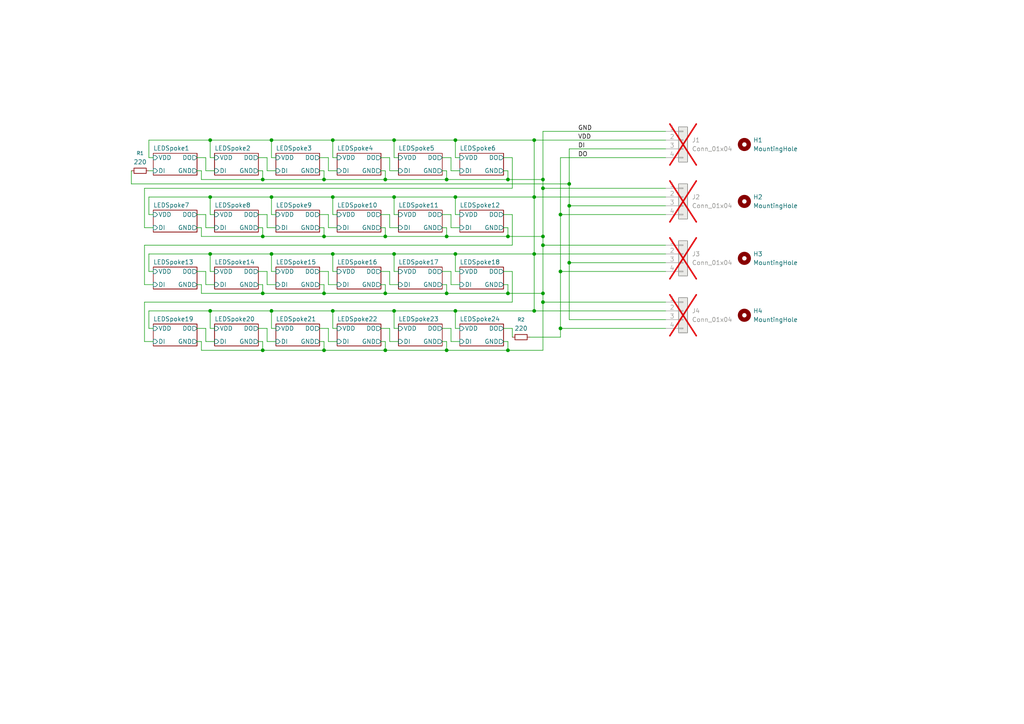
<source format=kicad_sch>
(kicad_sch (version 20250114) (generator "eeschema") (generator_version "9.0")
  (paper "A4")
  (lib_symbols
    (symbol "Connector_Generic:Conn_01x04" (pin_names (offset 1.016) (hide yes))
      (property "Reference" "J" (at 0 5.08 0))
      (property "Value" "Conn_01x04" (at 0 -7.62 0))
      (symbol "Conn_01x04_1_1"
        (rectangle (start -1.27 3.81) (end 1.27 -6.35) (stroke (width 0.254)) (fill (type background)))
        (rectangle (start -1.27 2.667) (end 0 2.413) (stroke (width 0.1524)))
        (rectangle (start -1.27 0.127) (end 0 -0.127) (stroke (width 0.1524)))
        (rectangle (start -1.27 -2.413) (end 0 -2.667) (stroke (width 0.1524)))
        (rectangle (start -1.27 -4.953) (end 0 -5.207) (stroke (width 0.1524)))
        (pin passive line (at -5.08 2.54 0) (length 3.81) (name "Pin_1") (number "1"))
        (pin passive line (at -5.08 0 0) (length 3.81) (name "Pin_2") (number "2"))
        (pin passive line (at -5.08 -2.54 0) (length 3.81) (name "Pin_3") (number "3"))
        (pin passive line (at -5.08 -5.08 0) (length 3.81) (name "Pin_4") (number "4"))
      )
    )
    (symbol "Device:R_Small" (pin_numbers (hide yes)) (pin_names (offset 0.254) (hide yes))
      (property "Reference" "R" (at 0 0 90))
      (property "Value" "R_Small" (at 1.778 0 90))
      (symbol "R_Small_0_1"
        (rectangle (start -0.762 1.778) (end 0.762 -1.778) (stroke (width 0.2032)))
      )
      (symbol "R_Small_1_1"
        (pin passive line (at 0 2.54 270) (length 0.762) (name "~") (number "1"))
        (pin passive line (at 0 -2.54 90) (length 0.762) (name "~") (number "2"))
      )
    )
    (symbol "Mechanical:MountingHole" (pin_names (offset 1.016)) (in_bom no)
      (property "Reference" "H" (at 0 5.08 0))
      (property "Value" "MountingHole" (at 0 3.175 0))
      (symbol "MountingHole_0_1"
        (circle (center 0 0) (radius 1.27) (stroke (width 1.27)))
      )
    )
  )
  (junction (at 147.32 85.09))
  (junction (at 78.74 73.66))
  (junction (at 96.52 73.66))
  (junction (at 154.94 40.64))
  (junction (at 154.94 57.15))
  (junction (at 165.1 59.69))
  (junction (at 60.96 73.66))
  (junction (at 76.2 85.09))
  (junction (at 78.74 90.17))
  (junction (at 132.08 90.17))
  (junction (at 111.76 52.07))
  (junction (at 129.54 52.07))
  (junction (at 157.48 71.12))
  (junction (at 157.48 68.58))
  (junction (at 132.08 57.15))
  (junction (at 157.48 54.61))
  (junction (at 157.48 87.63))
  (junction (at 129.54 101.6))
  (junction (at 96.52 90.17))
  (junction (at 76.2 101.6))
  (junction (at 157.48 52.07))
  (junction (at 147.32 52.07))
  (junction (at 154.94 90.17))
  (junction (at 147.32 68.58))
  (junction (at 60.96 40.64))
  (junction (at 129.54 68.58))
  (junction (at 111.76 101.6))
  (junction (at 111.76 85.09))
  (junction (at 114.3 57.15))
  (junction (at 154.94 73.66))
  (junction (at 76.2 52.07))
  (junction (at 165.1 76.2))
  (junction (at 93.98 52.07))
  (junction (at 78.74 57.15))
  (junction (at 93.98 85.09))
  (junction (at 114.3 90.17))
  (junction (at 132.08 73.66))
  (junction (at 147.32 101.6))
  (junction (at 162.56 62.23))
  (junction (at 93.98 101.6))
  (junction (at 60.96 57.15))
  (junction (at 78.74 40.64))
  (junction (at 114.3 73.66))
  (junction (at 157.48 85.09))
  (junction (at 93.98 68.58))
  (junction (at 162.56 95.25))
  (junction (at 111.76 68.58))
  (junction (at 60.96 90.17))
  (junction (at 114.3 40.64))
  (junction (at 165.1 53.34))
  (junction (at 162.56 78.74))
  (junction (at 129.54 85.09))
  (junction (at 96.52 40.64))
  (junction (at 132.08 40.64))
  (junction (at 76.2 68.58))
  (junction (at 96.52 57.15))
  (wire (pts (xy 41.91 82.55) (xy 41.91 71.12)))
  (wire (pts (xy 60.96 40.64) (xy 60.96 45.72)))
  (wire (pts (xy 93.98 101.6) (xy 111.76 101.6)))
  (wire (pts (xy 43.18 62.23) (xy 43.18 57.15)))
  (wire (pts (xy 113.03 66.04) (xy 115.57 66.04)))
  (wire (pts (xy 114.3 90.17) (xy 114.3 95.25)))
  (wire (pts (xy 93.98 66.04) (xy 92.71 66.04)))
  (wire (pts (xy 132.08 45.72) (xy 133.35 45.72)))
  (wire (pts (xy 132.08 40.64) (xy 154.94 40.64)))
  (wire (pts (xy 114.3 57.15) (xy 114.3 62.23)))
  (wire (pts (xy 157.48 54.61) (xy 193.04 54.61)))
  (wire (pts (xy 57.15 62.23) (xy 59.69 62.23)))
  (wire (pts (xy 114.3 73.66) (xy 114.3 78.74)))
  (wire (pts (xy 78.74 45.72) (xy 80.01 45.72)))
  (wire (pts (xy 111.76 68.58) (xy 129.54 68.58)))
  (wire (pts (xy 74.93 45.72) (xy 77.47 45.72)))
  (wire (pts (xy 76.2 49.53) (xy 74.93 49.53)))
  (wire (pts (xy 165.1 76.2) (xy 165.1 92.71)))
  (wire (pts (xy 59.69 82.55) (xy 62.23 82.55)))
  (wire (pts (xy 132.08 78.74) (xy 133.35 78.74)))
  (wire (pts (xy 96.52 90.17) (xy 96.52 95.25)))
  (wire (pts (xy 58.42 68.58) (xy 76.2 68.58)))
  (wire (pts (xy 44.45 78.74) (xy 43.18 78.74)))
  (wire (pts (xy 95.25 95.25) (xy 95.25 99.06)))
  (wire (pts (xy 129.54 52.07) (xy 147.32 52.07)))
  (wire (pts (xy 96.52 73.66) (xy 96.52 78.74)))
  (wire (pts (xy 129.54 85.09) (xy 147.32 85.09)))
  (wire (pts (xy 92.71 95.25) (xy 95.25 95.25)))
  (wire (pts (xy 111.76 49.53) (xy 110.49 49.53)))
  (wire (pts (xy 129.54 101.6) (xy 147.32 101.6)))
  (wire (pts (xy 96.52 90.17) (xy 114.3 90.17)))
  (wire (pts (xy 154.94 73.66) (xy 154.94 90.17)))
  (wire (pts (xy 128.27 78.74) (xy 130.81 78.74)))
  (wire (pts (xy 157.48 52.07) (xy 157.48 54.61)))
  (wire (pts (xy 76.2 68.58) (xy 76.2 66.04)))
  (wire (pts (xy 77.47 82.55) (xy 80.01 82.55)))
  (wire (pts (xy 58.42 66.04) (xy 58.42 68.58)))
  (wire (pts (xy 147.32 68.58) (xy 147.32 66.04)))
  (wire (pts (xy 165.1 59.69) (xy 165.1 76.2)))
  (wire (pts (xy 165.1 53.34) (xy 165.1 43.18)))
  (wire (pts (xy 95.25 99.06) (xy 97.79 99.06)))
  (wire (pts (xy 130.81 66.04) (xy 133.35 66.04)))
  (wire (pts (xy 60.96 57.15) (xy 78.74 57.15)))
  (wire (pts (xy 128.27 45.72) (xy 130.81 45.72)))
  (wire (pts (xy 162.56 45.72) (xy 162.56 62.23)))
  (wire (pts (xy 59.69 78.74) (xy 59.69 82.55)))
  (wire (pts (xy 154.94 90.17) (xy 193.04 90.17)))
  (wire (pts (xy 78.74 62.23) (xy 80.01 62.23)))
  (wire (pts (xy 132.08 40.64) (xy 132.08 45.72)))
  (wire (pts (xy 57.15 95.25) (xy 59.69 95.25)))
  (wire (pts (xy 43.18 40.64) (xy 60.96 40.64)))
  (wire (pts (xy 78.74 40.64) (xy 96.52 40.64)))
  (wire (pts (xy 157.48 68.58) (xy 157.48 71.12)))
  (wire (pts (xy 93.98 82.55) (xy 92.71 82.55)))
  (wire (pts (xy 95.25 66.04) (xy 97.79 66.04)))
  (wire (pts (xy 76.2 52.07) (xy 76.2 49.53)))
  (wire (pts (xy 77.47 45.72) (xy 77.47 49.53)))
  (wire (pts (xy 162.56 95.25) (xy 162.56 97.79)))
  (wire (pts (xy 77.47 99.06) (xy 80.01 99.06)))
  (wire (pts (xy 162.56 62.23) (xy 193.04 62.23)))
  (wire (pts (xy 95.25 78.74) (xy 95.25 82.55)))
  (wire (pts (xy 129.54 66.04) (xy 128.27 66.04)))
  (wire (pts (xy 132.08 73.66) (xy 154.94 73.66)))
  (wire (pts (xy 162.56 78.74) (xy 193.04 78.74)))
  (wire (pts (xy 113.03 99.06) (xy 115.57 99.06)))
  (wire (pts (xy 58.42 101.6) (xy 76.2 101.6)))
  (wire (pts (xy 43.18 78.74) (xy 43.18 73.66)))
  (wire (pts (xy 147.32 85.09) (xy 157.48 85.09)))
  (wire (pts (xy 148.59 95.25) (xy 148.59 97.79)))
  (wire (pts (xy 148.59 54.61) (xy 41.91 54.61)))
  (wire (pts (xy 96.52 57.15) (xy 114.3 57.15)))
  (wire (pts (xy 148.59 71.12) (xy 148.59 62.23)))
  (wire (pts (xy 129.54 82.55) (xy 128.27 82.55)))
  (wire (pts (xy 76.2 68.58) (xy 93.98 68.58)))
  (wire (pts (xy 95.25 45.72) (xy 95.25 49.53)))
  (wire (pts (xy 57.15 82.55) (xy 58.42 82.55)))
  (wire (pts (xy 44.45 62.23) (xy 43.18 62.23)))
  (wire (pts (xy 111.76 85.09) (xy 111.76 82.55)))
  (wire (pts (xy 92.71 78.74) (xy 95.25 78.74)))
  (wire (pts (xy 76.2 85.09) (xy 93.98 85.09)))
  (wire (pts (xy 76.2 101.6) (xy 76.2 99.06)))
  (wire (pts (xy 93.98 49.53) (xy 92.71 49.53)))
  (wire (pts (xy 60.96 78.74) (xy 62.23 78.74)))
  (wire (pts (xy 38.1 53.34) (xy 165.1 53.34)))
  (wire (pts (xy 153.67 97.79) (xy 162.56 97.79)))
  (wire (pts (xy 78.74 73.66) (xy 78.74 78.74)))
  (wire (pts (xy 96.52 40.64) (xy 96.52 45.72)))
  (wire (pts (xy 154.94 40.64) (xy 193.04 40.64)))
  (wire (pts (xy 157.48 87.63) (xy 157.48 101.6)))
  (wire (pts (xy 147.32 99.06) (xy 146.05 99.06)))
  (wire (pts (xy 146.05 95.25) (xy 148.59 95.25)))
  (wire (pts (xy 44.45 99.06) (xy 41.91 99.06)))
  (wire (pts (xy 44.45 49.53) (xy 43.18 49.53)))
  (wire (pts (xy 92.71 62.23) (xy 95.25 62.23)))
  (wire (pts (xy 165.1 59.69) (xy 193.04 59.69)))
  (wire (pts (xy 129.54 101.6) (xy 129.54 99.06)))
  (wire (pts (xy 76.2 99.06) (xy 74.93 99.06)))
  (wire (pts (xy 59.69 99.06) (xy 62.23 99.06)))
  (wire (pts (xy 95.25 49.53) (xy 97.79 49.53)))
  (wire (pts (xy 154.94 57.15) (xy 193.04 57.15)))
  (wire (pts (xy 58.42 99.06) (xy 58.42 101.6)))
  (wire (pts (xy 96.52 78.74) (xy 97.79 78.74)))
  (wire (pts (xy 93.98 68.58) (xy 111.76 68.58)))
  (wire (pts (xy 130.81 49.53) (xy 133.35 49.53)))
  (wire (pts (xy 111.76 66.04) (xy 110.49 66.04)))
  (wire (pts (xy 132.08 57.15) (xy 154.94 57.15)))
  (wire (pts (xy 93.98 52.07) (xy 111.76 52.07)))
  (wire (pts (xy 147.32 66.04) (xy 146.05 66.04)))
  (wire (pts (xy 114.3 62.23) (xy 115.57 62.23)))
  (wire (pts (xy 113.03 49.53) (xy 115.57 49.53)))
  (wire (pts (xy 78.74 57.15) (xy 96.52 57.15)))
  (wire (pts (xy 157.48 38.1) (xy 193.04 38.1)))
  (wire (pts (xy 76.2 101.6) (xy 93.98 101.6)))
  (wire (pts (xy 132.08 62.23) (xy 133.35 62.23)))
  (wire (pts (xy 96.52 40.64) (xy 114.3 40.64)))
  (wire (pts (xy 146.05 45.72) (xy 148.59 45.72)))
  (wire (pts (xy 147.32 68.58) (xy 157.48 68.58)))
  (wire (pts (xy 96.52 45.72) (xy 97.79 45.72)))
  (wire (pts (xy 111.76 85.09) (xy 129.54 85.09)))
  (wire (pts (xy 57.15 66.04) (xy 58.42 66.04)))
  (wire (pts (xy 114.3 45.72) (xy 115.57 45.72)))
  (wire (pts (xy 60.96 95.25) (xy 62.23 95.25)))
  (wire (pts (xy 57.15 49.53) (xy 58.42 49.53)))
  (wire (pts (xy 147.32 52.07) (xy 157.48 52.07)))
  (wire (pts (xy 113.03 82.55) (xy 115.57 82.55)))
  (wire (pts (xy 78.74 40.64) (xy 78.74 45.72)))
  (wire (pts (xy 77.47 62.23) (xy 77.47 66.04)))
  (wire (pts (xy 92.71 45.72) (xy 95.25 45.72)))
  (wire (pts (xy 193.04 95.25) (xy 162.56 95.25)))
  (wire (pts (xy 60.96 73.66) (xy 60.96 78.74)))
  (wire (pts (xy 128.27 62.23) (xy 130.81 62.23)))
  (wire (pts (xy 110.49 78.74) (xy 113.03 78.74)))
  (wire (pts (xy 129.54 49.53) (xy 128.27 49.53)))
  (wire (pts (xy 95.25 62.23) (xy 95.25 66.04)))
  (wire (pts (xy 114.3 78.74) (xy 115.57 78.74)))
  (wire (pts (xy 147.32 101.6) (xy 157.48 101.6)))
  (wire (pts (xy 157.48 71.12) (xy 157.48 85.09)))
  (wire (pts (xy 59.69 45.72) (xy 59.69 49.53)))
  (wire (pts (xy 157.48 54.61) (xy 157.48 68.58)))
  (wire (pts (xy 130.81 45.72) (xy 130.81 49.53)))
  (wire (pts (xy 93.98 85.09) (xy 93.98 82.55)))
  (wire (pts (xy 128.27 95.25) (xy 130.81 95.25)))
  (wire (pts (xy 60.96 73.66) (xy 78.74 73.66)))
  (wire (pts (xy 154.94 73.66) (xy 193.04 73.66)))
  (wire (pts (xy 113.03 78.74) (xy 113.03 82.55)))
  (wire (pts (xy 147.32 85.09) (xy 147.32 82.55)))
  (wire (pts (xy 58.42 49.53) (xy 58.42 52.07)))
  (wire (pts (xy 44.45 82.55) (xy 41.91 82.55)))
  (wire (pts (xy 43.18 90.17) (xy 60.96 90.17)))
  (wire (pts (xy 93.98 101.6) (xy 93.98 99.06)))
  (wire (pts (xy 132.08 57.15) (xy 132.08 62.23)))
  (wire (pts (xy 38.1 49.53) (xy 38.1 53.34)))
  (wire (pts (xy 77.47 66.04) (xy 80.01 66.04)))
  (wire (pts (xy 130.81 99.06) (xy 133.35 99.06)))
  (wire (pts (xy 114.3 40.64) (xy 114.3 45.72)))
  (wire (pts (xy 58.42 82.55) (xy 58.42 85.09)))
  (wire (pts (xy 74.93 95.25) (xy 77.47 95.25)))
  (wire (pts (xy 76.2 82.55) (xy 74.93 82.55)))
  (wire (pts (xy 76.2 66.04) (xy 74.93 66.04)))
  (wire (pts (xy 93.98 68.58) (xy 93.98 66.04)))
  (wire (pts (xy 57.15 45.72) (xy 59.69 45.72)))
  (wire (pts (xy 96.52 95.25) (xy 97.79 95.25)))
  (wire (pts (xy 132.08 90.17) (xy 132.08 95.25)))
  (wire (pts (xy 111.76 101.6) (xy 111.76 99.06)))
  (wire (pts (xy 95.25 82.55) (xy 97.79 82.55)))
  (wire (pts (xy 154.94 57.15) (xy 154.94 73.66)))
  (wire (pts (xy 60.96 90.17) (xy 78.74 90.17)))
  (wire (pts (xy 43.18 57.15) (xy 60.96 57.15)))
  (wire (pts (xy 129.54 52.07) (xy 129.54 49.53)))
  (wire (pts (xy 77.47 49.53) (xy 80.01 49.53)))
  (wire (pts (xy 93.98 99.06) (xy 92.71 99.06)))
  (wire (pts (xy 60.96 57.15) (xy 60.96 62.23)))
  (wire (pts (xy 78.74 90.17) (xy 78.74 95.25)))
  (wire (pts (xy 60.96 45.72) (xy 62.23 45.72)))
  (wire (pts (xy 77.47 95.25) (xy 77.47 99.06)))
  (wire (pts (xy 132.08 90.17) (xy 154.94 90.17)))
  (wire (pts (xy 114.3 95.25) (xy 115.57 95.25)))
  (wire (pts (xy 41.91 71.12) (xy 148.59 71.12)))
  (wire (pts (xy 78.74 73.66) (xy 96.52 73.66)))
  (wire (pts (xy 58.42 52.07) (xy 76.2 52.07)))
  (wire (pts (xy 96.52 62.23) (xy 97.79 62.23)))
  (wire (pts (xy 147.32 82.55) (xy 146.05 82.55)))
  (wire (pts (xy 58.42 85.09) (xy 76.2 85.09)))
  (wire (pts (xy 43.18 45.72) (xy 43.18 40.64)))
  (wire (pts (xy 41.91 66.04) (xy 44.45 66.04)))
  (wire (pts (xy 96.52 57.15) (xy 96.52 62.23)))
  (wire (pts (xy 43.18 73.66) (xy 60.96 73.66)))
  (wire (pts (xy 57.15 99.06) (xy 58.42 99.06)))
  (wire (pts (xy 93.98 52.07) (xy 93.98 49.53)))
  (wire (pts (xy 111.76 68.58) (xy 111.76 66.04)))
  (wire (pts (xy 132.08 95.25) (xy 133.35 95.25)))
  (wire (pts (xy 78.74 95.25) (xy 80.01 95.25)))
  (wire (pts (xy 41.91 87.63) (xy 148.59 87.63)))
  (wire (pts (xy 76.2 52.07) (xy 93.98 52.07)))
  (wire (pts (xy 165.1 76.2) (xy 193.04 76.2)))
  (wire (pts (xy 59.69 49.53) (xy 62.23 49.53)))
  (wire (pts (xy 111.76 52.07) (xy 129.54 52.07)))
  (wire (pts (xy 147.32 101.6) (xy 147.32 99.06)))
  (wire (pts (xy 162.56 78.74) (xy 162.56 95.25)))
  (wire (pts (xy 111.76 99.06) (xy 110.49 99.06)))
  (wire (pts (xy 41.91 54.61) (xy 41.91 66.04)))
  (wire (pts (xy 147.32 52.07) (xy 147.32 49.53)))
  (wire (pts (xy 130.81 78.74) (xy 130.81 82.55)))
  (wire (pts (xy 114.3 73.66) (xy 132.08 73.66)))
  (wire (pts (xy 111.76 52.07) (xy 111.76 49.53)))
  (wire (pts (xy 157.48 87.63) (xy 193.04 87.63)))
  (wire (pts (xy 60.96 62.23) (xy 62.23 62.23)))
  (wire (pts (xy 114.3 90.17) (xy 132.08 90.17)))
  (wire (pts (xy 59.69 62.23) (xy 59.69 66.04)))
  (wire (pts (xy 43.18 95.25) (xy 43.18 90.17)))
  (wire (pts (xy 78.74 57.15) (xy 78.74 62.23)))
  (wire (pts (xy 59.69 66.04) (xy 62.23 66.04)))
  (wire (pts (xy 157.48 71.12) (xy 193.04 71.12)))
  (wire (pts (xy 113.03 62.23) (xy 113.03 66.04)))
  (wire (pts (xy 114.3 57.15) (xy 132.08 57.15)))
  (wire (pts (xy 165.1 53.34) (xy 165.1 59.69)))
  (wire (pts (xy 76.2 85.09) (xy 76.2 82.55)))
  (wire (pts (xy 114.3 40.64) (xy 132.08 40.64)))
  (wire (pts (xy 162.56 62.23) (xy 162.56 78.74)))
  (wire (pts (xy 130.81 95.25) (xy 130.81 99.06)))
  (wire (pts (xy 148.59 62.23) (xy 146.05 62.23)))
  (wire (pts (xy 111.76 101.6) (xy 129.54 101.6)))
  (wire (pts (xy 129.54 68.58) (xy 147.32 68.58)))
  (wire (pts (xy 74.93 62.23) (xy 77.47 62.23)))
  (wire (pts (xy 148.59 78.74) (xy 146.05 78.74)))
  (wire (pts (xy 130.81 82.55) (xy 133.35 82.55)))
  (wire (pts (xy 111.76 82.55) (xy 110.49 82.55)))
  (wire (pts (xy 132.08 73.66) (xy 132.08 78.74)))
  (wire (pts (xy 165.1 92.71) (xy 193.04 92.71)))
  (wire (pts (xy 130.81 62.23) (xy 130.81 66.04)))
  (wire (pts (xy 147.32 49.53) (xy 146.05 49.53)))
  (wire (pts (xy 60.96 90.17) (xy 60.96 95.25)))
  (wire (pts (xy 157.48 85.09) (xy 157.48 87.63)))
  (wire (pts (xy 113.03 95.25) (xy 113.03 99.06)))
  (wire (pts (xy 59.69 95.25) (xy 59.69 99.06)))
  (wire (pts (xy 110.49 95.25) (xy 113.03 95.25)))
  (wire (pts (xy 148.59 45.72) (xy 148.59 54.61)))
  (wire (pts (xy 74.93 78.74) (xy 77.47 78.74)))
  (wire (pts (xy 110.49 62.23) (xy 113.03 62.23)))
  (wire (pts (xy 113.03 45.72) (xy 113.03 49.53)))
  (wire (pts (xy 110.49 45.72) (xy 113.03 45.72)))
  (wire (pts (xy 77.47 78.74) (xy 77.47 82.55)))
  (wire (pts (xy 44.45 45.72) (xy 43.18 45.72)))
  (wire (pts (xy 162.56 45.72) (xy 193.04 45.72)))
  (wire (pts (xy 157.48 38.1) (xy 157.48 52.07)))
  (wire (pts (xy 129.54 85.09) (xy 129.54 82.55)))
  (wire (pts (xy 60.96 40.64) (xy 78.74 40.64)))
  (wire (pts (xy 154.94 40.64) (xy 154.94 57.15)))
  (wire (pts (xy 41.91 99.06) (xy 41.91 87.63)))
  (wire (pts (xy 44.45 95.25) (xy 43.18 95.25)))
  (wire (pts (xy 129.54 99.06) (xy 128.27 99.06)))
  (wire (pts (xy 78.74 78.74) (xy 80.01 78.74)))
  (wire (pts (xy 165.1 43.18) (xy 193.04 43.18)))
  (wire (pts (xy 78.74 90.17) (xy 96.52 90.17)))
  (wire (pts (xy 148.59 87.63) (xy 148.59 78.74)))
  (wire (pts (xy 57.15 78.74) (xy 59.69 78.74)))
  (wire (pts (xy 93.98 85.09) (xy 111.76 85.09)))
  (wire (pts (xy 129.54 68.58) (xy 129.54 66.04)))
  (wire (pts (xy 96.52 73.66) (xy 114.3 73.66)))
  (label "DO" (at 167.64 45.72 0))
  (label "DI" (at 167.64 43.18 0))
  (label "VDD" (at 167.64 40.64 0))
  (label "GND" (at 167.64 38.1 0))
  (symbol (lib_id "Device:R_Small") (at 40.64 49.53 90) (unit 1)
    (property "Reference" "R1" (at 40.64 44.45 90) (effects (font (size 1.016 1.016))))
    (property "Value" "220" (at 40.64 46.99 90))
    (property "Footprint" "Resistor_SMD:R_0402_1005Metric_Pad0.72x0.64mm_HandSolder" (effects (hide yes)))
    (property "Description" "Resistor, small symbol" (effects (hide yes)))
  )
  (symbol (lib_id "Mechanical:MountingHole") (at 215.9 58.42 0) (unit 1) (in_bom no)
    (property "Reference" "H2" (at 218.44 57.1499 0) (effects (justify left)))
    (property "Value" "MountingHole" (at 218.44 59.6899 0) (effects (justify left)))
    (property "Footprint" "MountingHole:MountingHole_2.2mm_M2" (effects (hide yes)))
    (property "Description" "Mounting Hole without connection" (effects (hide yes)))
  )
  (symbol (lib_id "Device:R_Small") (at 151.13 97.79 90) (unit 1)
    (property "Reference" "R2" (at 151.13 92.71 90) (effects (font (size 1.016 1.016))))
    (property "Value" "220" (at 151.13 95.25 90))
    (property "Footprint" "Resistor_SMD:R_0402_1005Metric_Pad0.72x0.64mm_HandSolder" (effects (hide yes)))
    (property "Description" "Resistor, small symbol" (effects (hide yes)))
  )
  (symbol (lib_id "Mechanical:MountingHole") (at 215.9 91.44 0) (unit 1) (in_bom no)
    (property "Reference" "H4" (at 218.44 90.1699 0) (effects (justify left)))
    (property "Value" "MountingHole" (at 218.44 92.7099 0) (effects (justify left)))
    (property "Footprint" "MountingHole:MountingHole_2.2mm_M2" (effects (hide yes)))
    (property "Description" "Mounting Hole without connection" (effects (hide yes)))
  )
  (symbol (lib_id "Connector_Generic:Conn_01x04") (at 198.12 57.15 0) (unit 1) (in_bom no) (dnp yes)
    (property "Reference" "J2" (at 200.66 57.1499 0) (effects (justify left)))
    (property "Value" "Conn_01x04" (at 200.66 59.6899 0) (effects (justify left)))
    (property "Footprint" "Project_Library:PinHeader_1x04_P2.54mm_Vertical" (effects (hide yes)))
    (property "Description" "Generic connector, single row, 01x04, script generated (kicad-library-utils/schlib/autogen/connector/)" (effects (hide yes)))
  )
  (symbol (lib_id "Mechanical:MountingHole") (at 215.9 74.93 0) (unit 1) (in_bom no)
    (property "Reference" "H3" (at 218.44 73.6599 0) (effects (justify left)))
    (property "Value" "MountingHole" (at 218.44 76.1999 0) (effects (justify left)))
    (property "Footprint" "MountingHole:MountingHole_2.2mm_M2" (effects (hide yes)))
    (property "Description" "Mounting Hole without connection" (effects (hide yes)))
  )
  (symbol (lib_id "Connector_Generic:Conn_01x04") (at 198.12 73.66 0) (unit 1) (in_bom no) (dnp yes)
    (property "Reference" "J3" (at 200.66 73.6599 0) (effects (justify left)))
    (property "Value" "Conn_01x04" (at 200.66 76.1999 0) (effects (justify left)))
    (property "Footprint" "Project_Library:PinHeader_1x04_P2.54mm_Vertical" (effects (hide yes)))
    (property "Description" "Generic connector, single row, 01x04, script generated (kicad-library-utils/schlib/autogen/connector/)" (effects (hide yes)))
  )
  (symbol (lib_id "Connector_Generic:Conn_01x04") (at 198.12 90.17 0) (unit 1) (in_bom no) (dnp yes)
    (property "Reference" "J4" (at 200.66 90.1699 0) (effects (justify left)))
    (property "Value" "Conn_01x04" (at 200.66 92.7099 0) (effects (justify left)))
    (property "Footprint" "Project_Library:PinHeader_1x04_P2.54mm_Vertical" (effects (hide yes)))
    (property "Description" "Generic connector, single row, 01x04, script generated (kicad-library-utils/schlib/autogen/connector/)" (effects (hide yes)))
  )
  (symbol (lib_id "Mechanical:MountingHole") (at 215.9 41.91 0) (unit 1) (in_bom no)
    (property "Reference" "H1" (at 218.44 40.6399 0) (effects (justify left)))
    (property "Value" "MountingHole" (at 218.44 43.1799 0) (effects (justify left)))
    (property "Footprint" "MountingHole:MountingHole_2.2mm_M2" (effects (hide yes)))
    (property "Description" "Mounting Hole without connection" (effects (hide yes)))
  )
  (symbol (lib_id "Connector_Generic:Conn_01x04") (at 198.12 40.64 0) (unit 1) (in_bom no) (dnp yes)
    (property "Reference" "J1" (at 200.66 40.6399 0) (effects (justify left)))
    (property "Value" "Conn_01x04" (at 200.66 43.1799 0) (effects (justify left)))
    (property "Footprint" "Project_Library:PinHeader_1x04_P2.54mm_Vertical" (effects (hide yes)))
    (property "Description" "Generic connector, single row, 01x04, script generated (kicad-library-utils/schlib/autogen/connector/)" (effects (hide yes)))
  )
  (sheet (at 133.35 44.45) (size 12.7 6.35) (stroke (width 0.1524))
    (property "Sheetname" "LEDSpoke6" (at 133.35 43.7384 0) (effects (justify left bottom)))
    (property "Sheetfile" "LED_Spoke.kicad_sch" (effects (hide yes)))
    (pin "DI" input (at 133.35 49.53 180))
    (pin "DO" output (at 146.05 45.72 0))
    (pin "GND" output (at 146.05 49.53 0))
    (pin "VDD" input (at 133.35 45.72 180))
  )
  (sheet (at 80.01 44.45) (size 12.7 6.35) (stroke (width 0.1524))
    (property "Sheetname" "LEDSpoke3" (at 80.01 43.7384 0) (effects (justify left bottom)))
    (property "Sheetfile" "LED_Spoke.kicad_sch" (effects (hide yes)))
    (pin "DI" input (at 80.01 49.53 180))
    (pin "DO" output (at 92.71 45.72 0))
    (pin "GND" output (at 92.71 49.53 0))
    (pin "VDD" input (at 80.01 45.72 180))
  )
  (sheet (at 62.23 44.45) (size 12.7 6.35) (stroke (width 0.1524))
    (property "Sheetname" "LEDSpoke2" (at 62.23 43.7384 0) (effects (justify left bottom)))
    (property "Sheetfile" "LED_Spoke.kicad_sch" (effects (hide yes)))
    (pin "DI" input (at 62.23 49.53 180))
    (pin "DO" output (at 74.93 45.72 0))
    (pin "GND" output (at 74.93 49.53 0))
    (pin "VDD" input (at 62.23 45.72 180))
  )
  (sheet (at 80.01 93.98) (size 12.7 6.35) (stroke (width 0.1524))
    (property "Sheetname" "LEDSpoke21" (at 80.01 93.2684 0) (effects (justify left bottom)))
    (property "Sheetfile" "LED_Spoke.kicad_sch" (effects (hide yes)))
    (pin "DI" input (at 80.01 99.06 180))
    (pin "DO" output (at 92.71 95.25 0))
    (pin "GND" output (at 92.71 99.06 0))
    (pin "VDD" input (at 80.01 95.25 180))
  )
  (sheet (at 62.23 93.98) (size 12.7 6.35) (stroke (width 0.1524))
    (property "Sheetname" "LEDSpoke20" (at 62.23 93.2684 0) (effects (justify left bottom)))
    (property "Sheetfile" "LED_Spoke.kicad_sch" (effects (hide yes)))
    (pin "DI" input (at 62.23 99.06 180))
    (pin "DO" output (at 74.93 95.25 0))
    (pin "GND" output (at 74.93 99.06 0))
    (pin "VDD" input (at 62.23 95.25 180))
  )
  (sheet (at 44.45 44.45) (size 12.7 6.35) (stroke (width 0.1524))
    (property "Sheetname" "LEDSpoke1" (at 44.45 43.7384 0) (effects (justify left bottom)))
    (property "Sheetfile" "LED_Spoke.kicad_sch" (effects (hide yes)))
    (pin "DI" input (at 44.45 49.53 180))
    (pin "DO" output (at 57.15 45.72 0))
    (pin "GND" output (at 57.15 49.53 0))
    (pin "VDD" input (at 44.45 45.72 180))
  )
  (sheet (at 115.57 93.98) (size 12.7 6.35) (stroke (width 0.1524))
    (property "Sheetname" "LEDSpoke23" (at 115.57 93.2684 0) (effects (justify left bottom)))
    (property "Sheetfile" "LED_Spoke.kicad_sch" (effects (hide yes)))
    (pin "DI" input (at 115.57 99.06 180))
    (pin "DO" output (at 128.27 95.25 0))
    (pin "GND" output (at 128.27 99.06 0))
    (pin "VDD" input (at 115.57 95.25 180))
  )
  (sheet (at 80.01 60.96) (size 12.7 6.35) (stroke (width 0.1524))
    (property "Sheetname" "LEDSpoke9" (at 80.01 60.2484 0) (effects (justify left bottom)))
    (property "Sheetfile" "LED_Spoke.kicad_sch" (effects (hide yes)))
    (pin "DI" input (at 80.01 66.04 180))
    (pin "DO" output (at 92.71 62.23 0))
    (pin "GND" output (at 92.71 66.04 0))
    (pin "VDD" input (at 80.01 62.23 180))
  )
  (sheet (at 115.57 44.45) (size 12.7 6.35) (stroke (width 0.1524))
    (property "Sheetname" "LEDSpoke5" (at 115.57 43.7384 0) (effects (justify left bottom)))
    (property "Sheetfile" "LED_Spoke.kicad_sch" (effects (hide yes)))
    (pin "DI" input (at 115.57 49.53 180))
    (pin "DO" output (at 128.27 45.72 0))
    (pin "GND" output (at 128.27 49.53 0))
    (pin "VDD" input (at 115.57 45.72 180))
  )
  (sheet (at 97.79 93.98) (size 12.7 6.35) (stroke (width 0.1524))
    (property "Sheetname" "LEDSpoke22" (at 97.79 93.2684 0) (effects (justify left bottom)))
    (property "Sheetfile" "LED_Spoke.kicad_sch" (effects (hide yes)))
    (pin "DI" input (at 97.79 99.06 180))
    (pin "DO" output (at 110.49 95.25 0))
    (pin "GND" output (at 110.49 99.06 0))
    (pin "VDD" input (at 97.79 95.25 180))
  )
  (sheet (at 44.45 60.96) (size 12.7 6.35) (stroke (width 0.1524))
    (property "Sheetname" "LEDSpoke7" (at 44.45 60.2484 0) (effects (justify left bottom)))
    (property "Sheetfile" "LED_Spoke.kicad_sch" (effects (hide yes)))
    (pin "DI" input (at 44.45 66.04 180))
    (pin "DO" output (at 57.15 62.23 0))
    (pin "GND" output (at 57.15 66.04 0))
    (pin "VDD" input (at 44.45 62.23 180))
  )
  (sheet (at 97.79 77.47) (size 12.7 6.35) (stroke (width 0.1524))
    (property "Sheetname" "LEDSpoke16" (at 97.79 76.7584 0) (effects (justify left bottom)))
    (property "Sheetfile" "LED_Spoke.kicad_sch" (effects (hide yes)))
    (pin "DI" input (at 97.79 82.55 180))
    (pin "DO" output (at 110.49 78.74 0))
    (pin "GND" output (at 110.49 82.55 0))
    (pin "VDD" input (at 97.79 78.74 180))
  )
  (sheet (at 44.45 93.98) (size 12.7 6.35) (stroke (width 0.1524))
    (property "Sheetname" "LEDSpoke19" (at 44.45 93.2684 0) (effects (justify left bottom)))
    (property "Sheetfile" "LED_Spoke.kicad_sch" (effects (hide yes)))
    (pin "DI" input (at 44.45 99.06 180))
    (pin "DO" output (at 57.15 95.25 0))
    (pin "GND" output (at 57.15 99.06 0))
    (pin "VDD" input (at 44.45 95.25 180))
  )
  (sheet (at 62.23 60.96) (size 12.7 6.35) (stroke (width 0.1524))
    (property "Sheetname" "LEDSpoke8" (at 62.23 60.2484 0) (effects (justify left bottom)))
    (property "Sheetfile" "LED_Spoke.kicad_sch" (effects (hide yes)))
    (pin "DI" input (at 62.23 66.04 180))
    (pin "DO" output (at 74.93 62.23 0))
    (pin "GND" output (at 74.93 66.04 0))
    (pin "VDD" input (at 62.23 62.23 180))
  )
  (sheet (at 97.79 60.96) (size 12.7 6.35) (stroke (width 0.1524))
    (property "Sheetname" "LEDSpoke10" (at 97.79 60.2484 0) (effects (justify left bottom)))
    (property "Sheetfile" "LED_Spoke.kicad_sch" (effects (hide yes)))
    (pin "DI" input (at 97.79 66.04 180))
    (pin "DO" output (at 110.49 62.23 0))
    (pin "GND" output (at 110.49 66.04 0))
    (pin "VDD" input (at 97.79 62.23 180))
  )
  (sheet (at 133.35 93.98) (size 12.7 6.35) (stroke (width 0.1524))
    (property "Sheetname" "LEDSpoke24" (at 133.35 93.2684 0) (effects (justify left bottom)))
    (property "Sheetfile" "LED_Spoke.kicad_sch" (effects (hide yes)))
    (pin "DI" input (at 133.35 99.06 180))
    (pin "DO" output (at 146.05 95.25 0))
    (pin "GND" output (at 146.05 99.06 0))
    (pin "VDD" input (at 133.35 95.25 180))
  )
  (sheet (at 115.57 60.96) (size 12.7 6.35) (stroke (width 0.1524))
    (property "Sheetname" "LEDSpoke11" (at 115.57 60.2484 0) (effects (justify left bottom)))
    (property "Sheetfile" "LED_Spoke.kicad_sch" (effects (hide yes)))
    (pin "DI" input (at 115.57 66.04 180))
    (pin "DO" output (at 128.27 62.23 0))
    (pin "GND" output (at 128.27 66.04 0))
    (pin "VDD" input (at 115.57 62.23 180))
  )
  (sheet (at 62.23 77.47) (size 12.7 6.35) (stroke (width 0.1524))
    (property "Sheetname" "LEDSpoke14" (at 62.23 76.7584 0) (effects (justify left bottom)))
    (property "Sheetfile" "LED_Spoke.kicad_sch" (effects (hide yes)))
    (pin "DI" input (at 62.23 82.55 180))
    (pin "DO" output (at 74.93 78.74 0))
    (pin "GND" output (at 74.93 82.55 0))
    (pin "VDD" input (at 62.23 78.74 180))
  )
  (sheet (at 115.57 77.47) (size 12.7 6.35) (stroke (width 0.1524))
    (property "Sheetname" "LEDSpoke17" (at 115.57 76.7584 0) (effects (justify left bottom)))
    (property "Sheetfile" "LED_Spoke.kicad_sch" (effects (hide yes)))
    (pin "DI" input (at 115.57 82.55 180))
    (pin "DO" output (at 128.27 78.74 0))
    (pin "GND" output (at 128.27 82.55 0))
    (pin "VDD" input (at 115.57 78.74 180))
  )
  (sheet (at 97.79 44.45) (size 12.7 6.35) (stroke (width 0.1524))
    (property "Sheetname" "LEDSpoke4" (at 97.79 43.7384 0) (effects (justify left bottom)))
    (property "Sheetfile" "LED_Spoke.kicad_sch" (effects (hide yes)))
    (pin "DI" input (at 97.79 49.53 180))
    (pin "DO" output (at 110.49 45.72 0))
    (pin "GND" output (at 110.49 49.53 0))
    (pin "VDD" input (at 97.79 45.72 180))
  )
  (sheet (at 44.45 77.47) (size 12.7 6.35) (stroke (width 0.1524))
    (property "Sheetname" "LEDSpoke13" (at 44.45 76.7584 0) (effects (justify left bottom)))
    (property "Sheetfile" "LED_Spoke.kicad_sch" (effects (hide yes)))
    (pin "DI" input (at 44.45 82.55 180))
    (pin "DO" output (at 57.15 78.74 0))
    (pin "GND" output (at 57.15 82.55 0))
    (pin "VDD" input (at 44.45 78.74 180))
  )
  (sheet (at 80.01 77.47) (size 12.7 6.35) (stroke (width 0.1524))
    (property "Sheetname" "LEDSpoke15" (at 80.01 76.7584 0) (effects (justify left bottom)))
    (property "Sheetfile" "LED_Spoke.kicad_sch" (effects (hide yes)))
    (pin "DI" input (at 80.01 82.55 180))
    (pin "DO" output (at 92.71 78.74 0))
    (pin "GND" output (at 92.71 82.55 0))
    (pin "VDD" input (at 80.01 78.74 180))
  )
  (sheet (at 133.35 77.47) (size 12.7 6.35) (stroke (width 0.1524))
    (property "Sheetname" "LEDSpoke18" (at 133.35 76.7584 0) (effects (justify left bottom)))
    (property "Sheetfile" "LED_Spoke.kicad_sch" (effects (hide yes)))
    (pin "DI" input (at 133.35 82.55 180))
    (pin "DO" output (at 146.05 78.74 0))
    (pin "GND" output (at 146.05 82.55 0))
    (pin "VDD" input (at 133.35 78.74 180))
  )
  (sheet (at 133.35 60.96) (size 12.7 6.35) (stroke (width 0.1524))
    (property "Sheetname" "LEDSpoke12" (at 133.35 60.2484 0) (effects (justify left bottom)))
    (property "Sheetfile" "LED_Spoke.kicad_sch" (effects (hide yes)))
    (pin "DI" input (at 133.35 66.04 180))
    (pin "DO" output (at 146.05 62.23 0))
    (pin "GND" output (at 146.05 66.04 0))
    (pin "VDD" input (at 133.35 62.23 180))
  )
)
</source>
